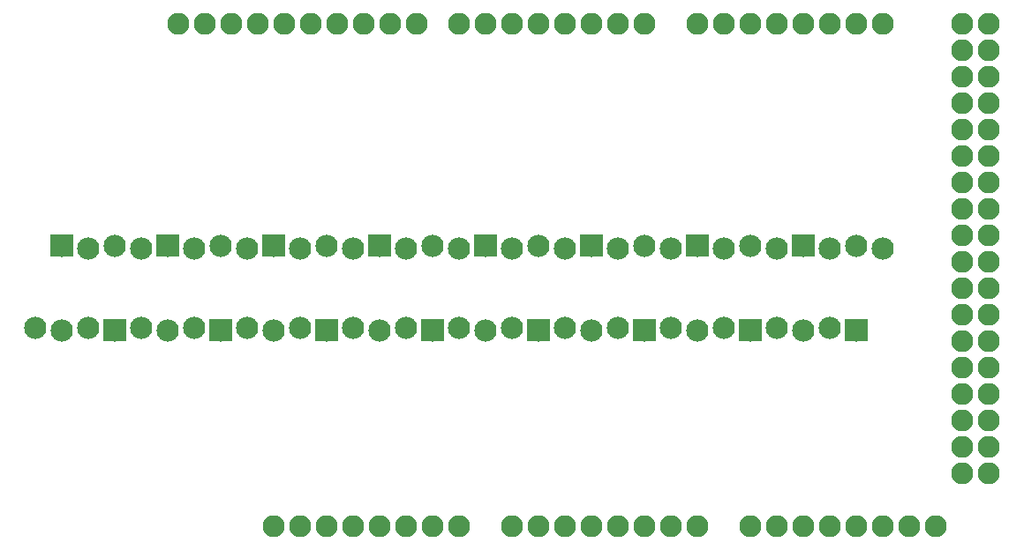
<source format=gts>
G04 MADE WITH FRITZING*
G04 WWW.FRITZING.ORG*
G04 DOUBLE SIDED*
G04 HOLES PLATED*
G04 CONTOUR ON CENTER OF CONTOUR VECTOR*
%ASAXBY*%
%FSLAX23Y23*%
%MOIN*%
%OFA0B0*%
%SFA1.0B1.0*%
%ADD10C,0.082917*%
%ADD11C,0.084000*%
%ADD12R,0.001000X0.001000*%
%LNMASK1*%
G90*
G70*
G54D10*
X3013Y155D03*
X1413Y155D03*
X3113Y155D03*
X3213Y155D03*
X3313Y155D03*
X3413Y155D03*
X3713Y1555D03*
X3513Y155D03*
X3613Y155D03*
X1453Y2055D03*
X2013Y155D03*
X2113Y155D03*
X2213Y155D03*
X2313Y155D03*
X3713Y755D03*
X2413Y155D03*
X2513Y155D03*
X2613Y155D03*
X2713Y155D03*
X2213Y2055D03*
X3713Y1955D03*
X3713Y1155D03*
X3713Y355D03*
X1053Y2055D03*
X1813Y155D03*
X1813Y2055D03*
X3713Y1755D03*
X3713Y1355D03*
X3713Y955D03*
X3413Y2055D03*
X3713Y555D03*
X3313Y2055D03*
X3213Y2055D03*
X3113Y2055D03*
X3013Y2055D03*
X2913Y2055D03*
X2813Y2055D03*
X2713Y2055D03*
X853Y2055D03*
X1253Y2055D03*
X1653Y2055D03*
X1213Y155D03*
X1613Y155D03*
X2413Y2055D03*
X2013Y2055D03*
X3713Y2055D03*
X3713Y1855D03*
X3713Y1655D03*
X3713Y1455D03*
X3713Y1255D03*
X3713Y1055D03*
X3713Y855D03*
X3713Y655D03*
X3713Y455D03*
X753Y2055D03*
X953Y2055D03*
X1153Y2055D03*
X1353Y2055D03*
X1553Y2055D03*
X1113Y155D03*
X1313Y155D03*
X1513Y155D03*
X1713Y155D03*
X2513Y2055D03*
X2313Y2055D03*
X2113Y2055D03*
X1913Y2055D03*
X3813Y2055D03*
X3813Y1955D03*
X3813Y1855D03*
X3813Y1755D03*
X3813Y1655D03*
X3813Y1555D03*
X3813Y1455D03*
X3813Y1355D03*
X3813Y1255D03*
X3813Y1155D03*
X3813Y1055D03*
X3813Y955D03*
X3813Y855D03*
X3813Y755D03*
X3813Y655D03*
X3813Y555D03*
X3813Y455D03*
X3813Y355D03*
X2913Y155D03*
G54D11*
X2713Y1215D03*
X2813Y1205D03*
X2913Y1215D03*
X3013Y1205D03*
X2713Y1215D03*
X2813Y1205D03*
X2913Y1215D03*
X3013Y1205D03*
X3113Y1215D03*
X3213Y1205D03*
X3313Y1215D03*
X3413Y1205D03*
X3113Y1215D03*
X3213Y1205D03*
X3313Y1215D03*
X3413Y1205D03*
X2113Y895D03*
X2013Y905D03*
X1913Y895D03*
X1813Y905D03*
X2113Y895D03*
X2013Y905D03*
X1913Y895D03*
X1813Y905D03*
X2913Y895D03*
X2813Y905D03*
X2713Y895D03*
X2613Y905D03*
X2913Y895D03*
X2813Y905D03*
X2713Y895D03*
X2613Y905D03*
X3313Y895D03*
X3213Y905D03*
X3113Y895D03*
X3013Y905D03*
X3313Y895D03*
X3213Y905D03*
X3113Y895D03*
X3013Y905D03*
X513Y895D03*
X413Y905D03*
X313Y895D03*
X213Y905D03*
X513Y895D03*
X413Y905D03*
X313Y895D03*
X213Y905D03*
X2513Y895D03*
X2413Y905D03*
X2313Y895D03*
X2213Y905D03*
X2513Y895D03*
X2413Y905D03*
X2313Y895D03*
X2213Y905D03*
X1713Y895D03*
X1613Y905D03*
X1513Y895D03*
X1413Y905D03*
X1713Y895D03*
X1613Y905D03*
X1513Y895D03*
X1413Y905D03*
X913Y895D03*
X813Y905D03*
X713Y895D03*
X613Y905D03*
X913Y895D03*
X813Y905D03*
X713Y895D03*
X613Y905D03*
X313Y1215D03*
X413Y1205D03*
X513Y1215D03*
X613Y1205D03*
X313Y1215D03*
X413Y1205D03*
X513Y1215D03*
X613Y1205D03*
X713Y1215D03*
X813Y1205D03*
X913Y1215D03*
X1013Y1205D03*
X713Y1215D03*
X813Y1205D03*
X913Y1215D03*
X1013Y1205D03*
X1113Y1215D03*
X1213Y1205D03*
X1313Y1215D03*
X1413Y1205D03*
X1113Y1215D03*
X1213Y1205D03*
X1313Y1215D03*
X1413Y1205D03*
X1513Y1215D03*
X1613Y1205D03*
X1713Y1215D03*
X1813Y1205D03*
X1513Y1215D03*
X1613Y1205D03*
X1713Y1215D03*
X1813Y1205D03*
X1913Y1215D03*
X2013Y1205D03*
X2113Y1215D03*
X2213Y1205D03*
X1913Y1215D03*
X2013Y1205D03*
X2113Y1215D03*
X2213Y1205D03*
X2313Y1215D03*
X2413Y1205D03*
X2513Y1215D03*
X2613Y1205D03*
X2313Y1215D03*
X2413Y1205D03*
X2513Y1215D03*
X2613Y1205D03*
X1313Y895D03*
X1213Y905D03*
X1113Y895D03*
X1013Y905D03*
X1313Y895D03*
X1213Y905D03*
X1113Y895D03*
X1013Y905D03*
G54D12*
X271Y1257D02*
X354Y1257D01*
X671Y1257D02*
X754Y1257D01*
X1071Y1257D02*
X1154Y1257D01*
X1471Y1257D02*
X1554Y1257D01*
X1871Y1257D02*
X1954Y1257D01*
X2271Y1257D02*
X2354Y1257D01*
X2671Y1257D02*
X2754Y1257D01*
X3071Y1257D02*
X3154Y1257D01*
X271Y1256D02*
X354Y1256D01*
X671Y1256D02*
X754Y1256D01*
X1071Y1256D02*
X1154Y1256D01*
X1471Y1256D02*
X1554Y1256D01*
X1871Y1256D02*
X1954Y1256D01*
X2271Y1256D02*
X2354Y1256D01*
X2671Y1256D02*
X2754Y1256D01*
X3071Y1256D02*
X3154Y1256D01*
X271Y1255D02*
X354Y1255D01*
X671Y1255D02*
X754Y1255D01*
X1071Y1255D02*
X1154Y1255D01*
X1471Y1255D02*
X1554Y1255D01*
X1871Y1255D02*
X1954Y1255D01*
X2271Y1255D02*
X2354Y1255D01*
X2671Y1255D02*
X2754Y1255D01*
X3071Y1255D02*
X3154Y1255D01*
X271Y1254D02*
X354Y1254D01*
X671Y1254D02*
X754Y1254D01*
X1071Y1254D02*
X1154Y1254D01*
X1471Y1254D02*
X1554Y1254D01*
X1871Y1254D02*
X1954Y1254D01*
X2271Y1254D02*
X2354Y1254D01*
X2671Y1254D02*
X2754Y1254D01*
X3071Y1254D02*
X3154Y1254D01*
X271Y1253D02*
X354Y1253D01*
X671Y1253D02*
X754Y1253D01*
X1071Y1253D02*
X1154Y1253D01*
X1471Y1253D02*
X1554Y1253D01*
X1871Y1253D02*
X1954Y1253D01*
X2271Y1253D02*
X2354Y1253D01*
X2671Y1253D02*
X2754Y1253D01*
X3071Y1253D02*
X3154Y1253D01*
X271Y1252D02*
X354Y1252D01*
X671Y1252D02*
X754Y1252D01*
X1071Y1252D02*
X1154Y1252D01*
X1471Y1252D02*
X1554Y1252D01*
X1871Y1252D02*
X1954Y1252D01*
X2271Y1252D02*
X2354Y1252D01*
X2671Y1252D02*
X2754Y1252D01*
X3071Y1252D02*
X3154Y1252D01*
X271Y1251D02*
X354Y1251D01*
X671Y1251D02*
X754Y1251D01*
X1071Y1251D02*
X1154Y1251D01*
X1471Y1251D02*
X1554Y1251D01*
X1871Y1251D02*
X1954Y1251D01*
X2271Y1251D02*
X2354Y1251D01*
X2671Y1251D02*
X2754Y1251D01*
X3071Y1251D02*
X3154Y1251D01*
X271Y1250D02*
X354Y1250D01*
X671Y1250D02*
X754Y1250D01*
X1071Y1250D02*
X1154Y1250D01*
X1471Y1250D02*
X1554Y1250D01*
X1871Y1250D02*
X1954Y1250D01*
X2271Y1250D02*
X2354Y1250D01*
X2671Y1250D02*
X2754Y1250D01*
X3071Y1250D02*
X3154Y1250D01*
X271Y1249D02*
X354Y1249D01*
X671Y1249D02*
X754Y1249D01*
X1071Y1249D02*
X1154Y1249D01*
X1471Y1249D02*
X1554Y1249D01*
X1871Y1249D02*
X1954Y1249D01*
X2271Y1249D02*
X2354Y1249D01*
X2671Y1249D02*
X2754Y1249D01*
X3071Y1249D02*
X3154Y1249D01*
X271Y1248D02*
X354Y1248D01*
X671Y1248D02*
X754Y1248D01*
X1071Y1248D02*
X1154Y1248D01*
X1471Y1248D02*
X1554Y1248D01*
X1871Y1248D02*
X1954Y1248D01*
X2271Y1248D02*
X2354Y1248D01*
X2671Y1248D02*
X2754Y1248D01*
X3071Y1248D02*
X3154Y1248D01*
X271Y1247D02*
X354Y1247D01*
X671Y1247D02*
X754Y1247D01*
X1071Y1247D02*
X1154Y1247D01*
X1471Y1247D02*
X1554Y1247D01*
X1871Y1247D02*
X1954Y1247D01*
X2271Y1247D02*
X2354Y1247D01*
X2671Y1247D02*
X2754Y1247D01*
X3071Y1247D02*
X3154Y1247D01*
X271Y1246D02*
X354Y1246D01*
X671Y1246D02*
X754Y1246D01*
X1071Y1246D02*
X1154Y1246D01*
X1471Y1246D02*
X1554Y1246D01*
X1871Y1246D02*
X1954Y1246D01*
X2271Y1246D02*
X2354Y1246D01*
X2671Y1246D02*
X2754Y1246D01*
X3071Y1246D02*
X3154Y1246D01*
X271Y1245D02*
X354Y1245D01*
X671Y1245D02*
X754Y1245D01*
X1071Y1245D02*
X1154Y1245D01*
X1471Y1245D02*
X1554Y1245D01*
X1871Y1245D02*
X1954Y1245D01*
X2271Y1245D02*
X2354Y1245D01*
X2671Y1245D02*
X2754Y1245D01*
X3071Y1245D02*
X3154Y1245D01*
X271Y1244D02*
X354Y1244D01*
X671Y1244D02*
X754Y1244D01*
X1071Y1244D02*
X1154Y1244D01*
X1471Y1244D02*
X1554Y1244D01*
X1871Y1244D02*
X1954Y1244D01*
X2271Y1244D02*
X2354Y1244D01*
X2671Y1244D02*
X2754Y1244D01*
X3071Y1244D02*
X3154Y1244D01*
X271Y1243D02*
X354Y1243D01*
X671Y1243D02*
X754Y1243D01*
X1071Y1243D02*
X1154Y1243D01*
X1471Y1243D02*
X1554Y1243D01*
X1871Y1243D02*
X1954Y1243D01*
X2271Y1243D02*
X2354Y1243D01*
X2671Y1243D02*
X2754Y1243D01*
X3071Y1243D02*
X3154Y1243D01*
X271Y1242D02*
X354Y1242D01*
X671Y1242D02*
X754Y1242D01*
X1071Y1242D02*
X1154Y1242D01*
X1471Y1242D02*
X1554Y1242D01*
X1871Y1242D02*
X1954Y1242D01*
X2271Y1242D02*
X2354Y1242D01*
X2671Y1242D02*
X2754Y1242D01*
X3071Y1242D02*
X3154Y1242D01*
X271Y1241D02*
X354Y1241D01*
X671Y1241D02*
X754Y1241D01*
X1071Y1241D02*
X1154Y1241D01*
X1471Y1241D02*
X1554Y1241D01*
X1871Y1241D02*
X1954Y1241D01*
X2271Y1241D02*
X2354Y1241D01*
X2671Y1241D02*
X2754Y1241D01*
X3071Y1241D02*
X3154Y1241D01*
X271Y1240D02*
X354Y1240D01*
X671Y1240D02*
X754Y1240D01*
X1071Y1240D02*
X1154Y1240D01*
X1471Y1240D02*
X1554Y1240D01*
X1871Y1240D02*
X1954Y1240D01*
X2271Y1240D02*
X2354Y1240D01*
X2671Y1240D02*
X2754Y1240D01*
X3071Y1240D02*
X3154Y1240D01*
X271Y1239D02*
X354Y1239D01*
X671Y1239D02*
X754Y1239D01*
X1071Y1239D02*
X1154Y1239D01*
X1471Y1239D02*
X1554Y1239D01*
X1871Y1239D02*
X1954Y1239D01*
X2271Y1239D02*
X2354Y1239D01*
X2671Y1239D02*
X2754Y1239D01*
X3071Y1239D02*
X3154Y1239D01*
X271Y1238D02*
X354Y1238D01*
X671Y1238D02*
X754Y1238D01*
X1071Y1238D02*
X1154Y1238D01*
X1471Y1238D02*
X1554Y1238D01*
X1871Y1238D02*
X1954Y1238D01*
X2271Y1238D02*
X2354Y1238D01*
X2671Y1238D02*
X2754Y1238D01*
X3071Y1238D02*
X3154Y1238D01*
X271Y1237D02*
X354Y1237D01*
X671Y1237D02*
X754Y1237D01*
X1071Y1237D02*
X1154Y1237D01*
X1471Y1237D02*
X1554Y1237D01*
X1871Y1237D02*
X1954Y1237D01*
X2271Y1237D02*
X2354Y1237D01*
X2671Y1237D02*
X2754Y1237D01*
X3071Y1237D02*
X3154Y1237D01*
X271Y1236D02*
X354Y1236D01*
X671Y1236D02*
X754Y1236D01*
X1071Y1236D02*
X1154Y1236D01*
X1471Y1236D02*
X1554Y1236D01*
X1871Y1236D02*
X1954Y1236D01*
X2271Y1236D02*
X2354Y1236D01*
X2671Y1236D02*
X2754Y1236D01*
X3071Y1236D02*
X3154Y1236D01*
X271Y1235D02*
X354Y1235D01*
X671Y1235D02*
X754Y1235D01*
X1071Y1235D02*
X1154Y1235D01*
X1471Y1235D02*
X1554Y1235D01*
X1871Y1235D02*
X1954Y1235D01*
X2271Y1235D02*
X2354Y1235D01*
X2671Y1235D02*
X2754Y1235D01*
X3071Y1235D02*
X3154Y1235D01*
X271Y1234D02*
X354Y1234D01*
X671Y1234D02*
X754Y1234D01*
X1071Y1234D02*
X1154Y1234D01*
X1471Y1234D02*
X1554Y1234D01*
X1871Y1234D02*
X1954Y1234D01*
X2271Y1234D02*
X2354Y1234D01*
X2671Y1234D02*
X2754Y1234D01*
X3071Y1234D02*
X3154Y1234D01*
X271Y1233D02*
X354Y1233D01*
X671Y1233D02*
X754Y1233D01*
X1071Y1233D02*
X1154Y1233D01*
X1471Y1233D02*
X1554Y1233D01*
X1871Y1233D02*
X1954Y1233D01*
X2271Y1233D02*
X2354Y1233D01*
X2671Y1233D02*
X2754Y1233D01*
X3071Y1233D02*
X3154Y1233D01*
X271Y1232D02*
X354Y1232D01*
X671Y1232D02*
X754Y1232D01*
X1071Y1232D02*
X1154Y1232D01*
X1471Y1232D02*
X1554Y1232D01*
X1871Y1232D02*
X1954Y1232D01*
X2271Y1232D02*
X2354Y1232D01*
X2671Y1232D02*
X2754Y1232D01*
X3071Y1232D02*
X3154Y1232D01*
X271Y1231D02*
X354Y1231D01*
X671Y1231D02*
X754Y1231D01*
X1071Y1231D02*
X1154Y1231D01*
X1471Y1231D02*
X1554Y1231D01*
X1871Y1231D02*
X1954Y1231D01*
X2271Y1231D02*
X2354Y1231D01*
X2671Y1231D02*
X2754Y1231D01*
X3071Y1231D02*
X3154Y1231D01*
X271Y1230D02*
X308Y1230D01*
X317Y1230D02*
X354Y1230D01*
X671Y1230D02*
X708Y1230D01*
X717Y1230D02*
X754Y1230D01*
X1071Y1230D02*
X1108Y1230D01*
X1117Y1230D02*
X1154Y1230D01*
X1471Y1230D02*
X1508Y1230D01*
X1517Y1230D02*
X1554Y1230D01*
X1871Y1230D02*
X1908Y1230D01*
X1917Y1230D02*
X1954Y1230D01*
X2271Y1230D02*
X2308Y1230D01*
X2317Y1230D02*
X2354Y1230D01*
X2671Y1230D02*
X2708Y1230D01*
X2717Y1230D02*
X2754Y1230D01*
X3071Y1230D02*
X3108Y1230D01*
X3117Y1230D02*
X3154Y1230D01*
X271Y1229D02*
X306Y1229D01*
X320Y1229D02*
X354Y1229D01*
X671Y1229D02*
X706Y1229D01*
X720Y1229D02*
X754Y1229D01*
X1071Y1229D02*
X1106Y1229D01*
X1120Y1229D02*
X1154Y1229D01*
X1471Y1229D02*
X1506Y1229D01*
X1520Y1229D02*
X1554Y1229D01*
X1871Y1229D02*
X1906Y1229D01*
X1920Y1229D02*
X1954Y1229D01*
X2271Y1229D02*
X2306Y1229D01*
X2320Y1229D02*
X2354Y1229D01*
X2671Y1229D02*
X2706Y1229D01*
X2720Y1229D02*
X2754Y1229D01*
X3071Y1229D02*
X3106Y1229D01*
X3120Y1229D02*
X3154Y1229D01*
X271Y1228D02*
X304Y1228D01*
X322Y1228D02*
X354Y1228D01*
X671Y1228D02*
X704Y1228D01*
X722Y1228D02*
X754Y1228D01*
X1071Y1228D02*
X1104Y1228D01*
X1122Y1228D02*
X1154Y1228D01*
X1471Y1228D02*
X1504Y1228D01*
X1522Y1228D02*
X1554Y1228D01*
X1871Y1228D02*
X1904Y1228D01*
X1921Y1228D02*
X1954Y1228D01*
X2271Y1228D02*
X2304Y1228D01*
X2321Y1228D02*
X2354Y1228D01*
X2671Y1228D02*
X2704Y1228D01*
X2721Y1228D02*
X2754Y1228D01*
X3071Y1228D02*
X3104Y1228D01*
X3121Y1228D02*
X3154Y1228D01*
X271Y1227D02*
X303Y1227D01*
X323Y1227D02*
X354Y1227D01*
X671Y1227D02*
X703Y1227D01*
X723Y1227D02*
X754Y1227D01*
X1071Y1227D02*
X1103Y1227D01*
X1123Y1227D02*
X1154Y1227D01*
X1471Y1227D02*
X1503Y1227D01*
X1523Y1227D02*
X1554Y1227D01*
X1871Y1227D02*
X1903Y1227D01*
X1923Y1227D02*
X1954Y1227D01*
X2271Y1227D02*
X2303Y1227D01*
X2323Y1227D02*
X2354Y1227D01*
X2671Y1227D02*
X2703Y1227D01*
X2723Y1227D02*
X2754Y1227D01*
X3071Y1227D02*
X3103Y1227D01*
X3123Y1227D02*
X3154Y1227D01*
X271Y1226D02*
X302Y1226D01*
X324Y1226D02*
X354Y1226D01*
X671Y1226D02*
X702Y1226D01*
X724Y1226D02*
X754Y1226D01*
X1071Y1226D02*
X1102Y1226D01*
X1124Y1226D02*
X1154Y1226D01*
X1471Y1226D02*
X1502Y1226D01*
X1524Y1226D02*
X1554Y1226D01*
X1871Y1226D02*
X1902Y1226D01*
X1924Y1226D02*
X1954Y1226D01*
X2271Y1226D02*
X2302Y1226D01*
X2324Y1226D02*
X2354Y1226D01*
X2671Y1226D02*
X2701Y1226D01*
X2724Y1226D02*
X2754Y1226D01*
X3071Y1226D02*
X3101Y1226D01*
X3124Y1226D02*
X3154Y1226D01*
X271Y1225D02*
X301Y1225D01*
X325Y1225D02*
X354Y1225D01*
X671Y1225D02*
X701Y1225D01*
X725Y1225D02*
X754Y1225D01*
X1071Y1225D02*
X1101Y1225D01*
X1125Y1225D02*
X1154Y1225D01*
X1471Y1225D02*
X1501Y1225D01*
X1525Y1225D02*
X1554Y1225D01*
X1871Y1225D02*
X1901Y1225D01*
X1925Y1225D02*
X1954Y1225D01*
X2271Y1225D02*
X2301Y1225D01*
X2325Y1225D02*
X2354Y1225D01*
X2671Y1225D02*
X2701Y1225D01*
X2725Y1225D02*
X2754Y1225D01*
X3071Y1225D02*
X3101Y1225D01*
X3125Y1225D02*
X3154Y1225D01*
X271Y1224D02*
X300Y1224D01*
X326Y1224D02*
X354Y1224D01*
X671Y1224D02*
X700Y1224D01*
X726Y1224D02*
X754Y1224D01*
X1071Y1224D02*
X1100Y1224D01*
X1126Y1224D02*
X1154Y1224D01*
X1471Y1224D02*
X1500Y1224D01*
X1526Y1224D02*
X1554Y1224D01*
X1871Y1224D02*
X1900Y1224D01*
X1926Y1224D02*
X1954Y1224D01*
X2271Y1224D02*
X2300Y1224D01*
X2326Y1224D02*
X2354Y1224D01*
X2671Y1224D02*
X2700Y1224D01*
X2726Y1224D02*
X2754Y1224D01*
X3071Y1224D02*
X3100Y1224D01*
X3125Y1224D02*
X3154Y1224D01*
X271Y1223D02*
X299Y1223D01*
X326Y1223D02*
X354Y1223D01*
X671Y1223D02*
X699Y1223D01*
X726Y1223D02*
X754Y1223D01*
X1071Y1223D02*
X1099Y1223D01*
X1126Y1223D02*
X1154Y1223D01*
X1471Y1223D02*
X1499Y1223D01*
X1526Y1223D02*
X1554Y1223D01*
X1871Y1223D02*
X1899Y1223D01*
X1926Y1223D02*
X1954Y1223D01*
X2271Y1223D02*
X2299Y1223D01*
X2326Y1223D02*
X2354Y1223D01*
X2671Y1223D02*
X2699Y1223D01*
X2726Y1223D02*
X2754Y1223D01*
X3071Y1223D02*
X3099Y1223D01*
X3126Y1223D02*
X3154Y1223D01*
X271Y1222D02*
X299Y1222D01*
X327Y1222D02*
X354Y1222D01*
X671Y1222D02*
X699Y1222D01*
X727Y1222D02*
X754Y1222D01*
X1071Y1222D02*
X1099Y1222D01*
X1127Y1222D02*
X1154Y1222D01*
X1471Y1222D02*
X1499Y1222D01*
X1527Y1222D02*
X1554Y1222D01*
X1871Y1222D02*
X1899Y1222D01*
X1927Y1222D02*
X1954Y1222D01*
X2271Y1222D02*
X2299Y1222D01*
X2327Y1222D02*
X2354Y1222D01*
X2671Y1222D02*
X2699Y1222D01*
X2727Y1222D02*
X2754Y1222D01*
X3071Y1222D02*
X3099Y1222D01*
X3127Y1222D02*
X3154Y1222D01*
X271Y1221D02*
X298Y1221D01*
X327Y1221D02*
X354Y1221D01*
X671Y1221D02*
X698Y1221D01*
X727Y1221D02*
X754Y1221D01*
X1071Y1221D02*
X1098Y1221D01*
X1127Y1221D02*
X1154Y1221D01*
X1471Y1221D02*
X1498Y1221D01*
X1527Y1221D02*
X1554Y1221D01*
X1871Y1221D02*
X1898Y1221D01*
X1927Y1221D02*
X1954Y1221D01*
X2271Y1221D02*
X2298Y1221D01*
X2327Y1221D02*
X2354Y1221D01*
X2671Y1221D02*
X2698Y1221D01*
X2727Y1221D02*
X2754Y1221D01*
X3071Y1221D02*
X3098Y1221D01*
X3127Y1221D02*
X3154Y1221D01*
X271Y1220D02*
X298Y1220D01*
X328Y1220D02*
X354Y1220D01*
X671Y1220D02*
X698Y1220D01*
X728Y1220D02*
X754Y1220D01*
X1071Y1220D02*
X1098Y1220D01*
X1128Y1220D02*
X1154Y1220D01*
X1471Y1220D02*
X1498Y1220D01*
X1528Y1220D02*
X1554Y1220D01*
X1871Y1220D02*
X1898Y1220D01*
X1927Y1220D02*
X1954Y1220D01*
X2271Y1220D02*
X2298Y1220D01*
X2327Y1220D02*
X2354Y1220D01*
X2671Y1220D02*
X2698Y1220D01*
X2727Y1220D02*
X2754Y1220D01*
X3071Y1220D02*
X3098Y1220D01*
X3127Y1220D02*
X3154Y1220D01*
X271Y1219D02*
X298Y1219D01*
X328Y1219D02*
X354Y1219D01*
X671Y1219D02*
X698Y1219D01*
X728Y1219D02*
X754Y1219D01*
X1071Y1219D02*
X1098Y1219D01*
X1128Y1219D02*
X1154Y1219D01*
X1471Y1219D02*
X1498Y1219D01*
X1528Y1219D02*
X1554Y1219D01*
X1871Y1219D02*
X1898Y1219D01*
X1928Y1219D02*
X1954Y1219D01*
X2271Y1219D02*
X2298Y1219D01*
X2328Y1219D02*
X2354Y1219D01*
X2671Y1219D02*
X2698Y1219D01*
X2728Y1219D02*
X2754Y1219D01*
X3071Y1219D02*
X3098Y1219D01*
X3128Y1219D02*
X3154Y1219D01*
X271Y1218D02*
X297Y1218D01*
X328Y1218D02*
X354Y1218D01*
X671Y1218D02*
X697Y1218D01*
X728Y1218D02*
X754Y1218D01*
X1071Y1218D02*
X1097Y1218D01*
X1128Y1218D02*
X1154Y1218D01*
X1471Y1218D02*
X1497Y1218D01*
X1528Y1218D02*
X1554Y1218D01*
X1871Y1218D02*
X1897Y1218D01*
X1928Y1218D02*
X1954Y1218D01*
X2271Y1218D02*
X2297Y1218D01*
X2328Y1218D02*
X2354Y1218D01*
X2671Y1218D02*
X2697Y1218D01*
X2728Y1218D02*
X2754Y1218D01*
X3071Y1218D02*
X3097Y1218D01*
X3128Y1218D02*
X3154Y1218D01*
X271Y1217D02*
X297Y1217D01*
X328Y1217D02*
X354Y1217D01*
X671Y1217D02*
X697Y1217D01*
X728Y1217D02*
X754Y1217D01*
X1071Y1217D02*
X1097Y1217D01*
X1128Y1217D02*
X1154Y1217D01*
X1471Y1217D02*
X1497Y1217D01*
X1528Y1217D02*
X1554Y1217D01*
X1871Y1217D02*
X1897Y1217D01*
X1928Y1217D02*
X1954Y1217D01*
X2271Y1217D02*
X2297Y1217D01*
X2328Y1217D02*
X2354Y1217D01*
X2671Y1217D02*
X2697Y1217D01*
X2728Y1217D02*
X2754Y1217D01*
X3071Y1217D02*
X3097Y1217D01*
X3128Y1217D02*
X3154Y1217D01*
X271Y1216D02*
X297Y1216D01*
X328Y1216D02*
X354Y1216D01*
X671Y1216D02*
X697Y1216D01*
X728Y1216D02*
X754Y1216D01*
X1071Y1216D02*
X1097Y1216D01*
X1128Y1216D02*
X1154Y1216D01*
X1471Y1216D02*
X1497Y1216D01*
X1528Y1216D02*
X1554Y1216D01*
X1871Y1216D02*
X1897Y1216D01*
X1928Y1216D02*
X1954Y1216D01*
X2271Y1216D02*
X2297Y1216D01*
X2328Y1216D02*
X2354Y1216D01*
X2671Y1216D02*
X2697Y1216D01*
X2728Y1216D02*
X2754Y1216D01*
X3071Y1216D02*
X3097Y1216D01*
X3128Y1216D02*
X3154Y1216D01*
X271Y1215D02*
X297Y1215D01*
X328Y1215D02*
X354Y1215D01*
X671Y1215D02*
X697Y1215D01*
X728Y1215D02*
X754Y1215D01*
X1071Y1215D02*
X1097Y1215D01*
X1128Y1215D02*
X1154Y1215D01*
X1471Y1215D02*
X1497Y1215D01*
X1528Y1215D02*
X1554Y1215D01*
X1871Y1215D02*
X1897Y1215D01*
X1928Y1215D02*
X1954Y1215D01*
X2271Y1215D02*
X2297Y1215D01*
X2328Y1215D02*
X2354Y1215D01*
X2671Y1215D02*
X2697Y1215D01*
X2728Y1215D02*
X2754Y1215D01*
X3071Y1215D02*
X3097Y1215D01*
X3128Y1215D02*
X3154Y1215D01*
X271Y1214D02*
X297Y1214D01*
X328Y1214D02*
X354Y1214D01*
X671Y1214D02*
X697Y1214D01*
X728Y1214D02*
X754Y1214D01*
X1071Y1214D02*
X1097Y1214D01*
X1128Y1214D02*
X1154Y1214D01*
X1471Y1214D02*
X1497Y1214D01*
X1528Y1214D02*
X1554Y1214D01*
X1871Y1214D02*
X1897Y1214D01*
X1928Y1214D02*
X1954Y1214D01*
X2271Y1214D02*
X2297Y1214D01*
X2328Y1214D02*
X2354Y1214D01*
X2671Y1214D02*
X2697Y1214D01*
X2728Y1214D02*
X2754Y1214D01*
X3071Y1214D02*
X3097Y1214D01*
X3128Y1214D02*
X3154Y1214D01*
X271Y1213D02*
X297Y1213D01*
X328Y1213D02*
X354Y1213D01*
X671Y1213D02*
X697Y1213D01*
X728Y1213D02*
X754Y1213D01*
X1071Y1213D02*
X1097Y1213D01*
X1128Y1213D02*
X1154Y1213D01*
X1471Y1213D02*
X1497Y1213D01*
X1528Y1213D02*
X1554Y1213D01*
X1871Y1213D02*
X1897Y1213D01*
X1928Y1213D02*
X1954Y1213D01*
X2271Y1213D02*
X2297Y1213D01*
X2328Y1213D02*
X2354Y1213D01*
X2671Y1213D02*
X2697Y1213D01*
X2728Y1213D02*
X2754Y1213D01*
X3071Y1213D02*
X3097Y1213D01*
X3128Y1213D02*
X3154Y1213D01*
X271Y1212D02*
X298Y1212D01*
X328Y1212D02*
X354Y1212D01*
X671Y1212D02*
X698Y1212D01*
X728Y1212D02*
X754Y1212D01*
X1071Y1212D02*
X1098Y1212D01*
X1128Y1212D02*
X1154Y1212D01*
X1471Y1212D02*
X1498Y1212D01*
X1528Y1212D02*
X1554Y1212D01*
X1871Y1212D02*
X1898Y1212D01*
X1928Y1212D02*
X1954Y1212D01*
X2271Y1212D02*
X2298Y1212D01*
X2328Y1212D02*
X2354Y1212D01*
X2671Y1212D02*
X2698Y1212D01*
X2728Y1212D02*
X2754Y1212D01*
X3071Y1212D02*
X3098Y1212D01*
X3128Y1212D02*
X3154Y1212D01*
X271Y1211D02*
X298Y1211D01*
X328Y1211D02*
X354Y1211D01*
X671Y1211D02*
X698Y1211D01*
X728Y1211D02*
X754Y1211D01*
X1071Y1211D02*
X1098Y1211D01*
X1128Y1211D02*
X1154Y1211D01*
X1471Y1211D02*
X1498Y1211D01*
X1528Y1211D02*
X1554Y1211D01*
X1871Y1211D02*
X1898Y1211D01*
X1927Y1211D02*
X1954Y1211D01*
X2271Y1211D02*
X2298Y1211D01*
X2327Y1211D02*
X2354Y1211D01*
X2671Y1211D02*
X2698Y1211D01*
X2727Y1211D02*
X2754Y1211D01*
X3071Y1211D02*
X3098Y1211D01*
X3127Y1211D02*
X3154Y1211D01*
X271Y1210D02*
X298Y1210D01*
X327Y1210D02*
X354Y1210D01*
X671Y1210D02*
X698Y1210D01*
X727Y1210D02*
X754Y1210D01*
X1071Y1210D02*
X1098Y1210D01*
X1127Y1210D02*
X1154Y1210D01*
X1471Y1210D02*
X1498Y1210D01*
X1527Y1210D02*
X1554Y1210D01*
X1871Y1210D02*
X1898Y1210D01*
X1927Y1210D02*
X1954Y1210D01*
X2271Y1210D02*
X2298Y1210D01*
X2327Y1210D02*
X2354Y1210D01*
X2671Y1210D02*
X2698Y1210D01*
X2727Y1210D02*
X2754Y1210D01*
X3071Y1210D02*
X3098Y1210D01*
X3127Y1210D02*
X3154Y1210D01*
X271Y1209D02*
X299Y1209D01*
X327Y1209D02*
X354Y1209D01*
X671Y1209D02*
X699Y1209D01*
X727Y1209D02*
X754Y1209D01*
X1071Y1209D02*
X1099Y1209D01*
X1127Y1209D02*
X1154Y1209D01*
X1471Y1209D02*
X1499Y1209D01*
X1527Y1209D02*
X1554Y1209D01*
X1871Y1209D02*
X1899Y1209D01*
X1927Y1209D02*
X1954Y1209D01*
X2271Y1209D02*
X2299Y1209D01*
X2327Y1209D02*
X2354Y1209D01*
X2671Y1209D02*
X2699Y1209D01*
X2727Y1209D02*
X2754Y1209D01*
X3071Y1209D02*
X3099Y1209D01*
X3127Y1209D02*
X3154Y1209D01*
X271Y1208D02*
X299Y1208D01*
X326Y1208D02*
X354Y1208D01*
X671Y1208D02*
X699Y1208D01*
X726Y1208D02*
X754Y1208D01*
X1071Y1208D02*
X1099Y1208D01*
X1126Y1208D02*
X1154Y1208D01*
X1471Y1208D02*
X1499Y1208D01*
X1526Y1208D02*
X1554Y1208D01*
X1871Y1208D02*
X1899Y1208D01*
X1926Y1208D02*
X1954Y1208D01*
X2271Y1208D02*
X2299Y1208D01*
X2326Y1208D02*
X2354Y1208D01*
X2671Y1208D02*
X2699Y1208D01*
X2726Y1208D02*
X2754Y1208D01*
X3071Y1208D02*
X3099Y1208D01*
X3126Y1208D02*
X3154Y1208D01*
X271Y1207D02*
X300Y1207D01*
X326Y1207D02*
X354Y1207D01*
X671Y1207D02*
X700Y1207D01*
X726Y1207D02*
X754Y1207D01*
X1071Y1207D02*
X1100Y1207D01*
X1126Y1207D02*
X1154Y1207D01*
X1471Y1207D02*
X1500Y1207D01*
X1526Y1207D02*
X1554Y1207D01*
X1871Y1207D02*
X1900Y1207D01*
X1926Y1207D02*
X1954Y1207D01*
X2271Y1207D02*
X2300Y1207D01*
X2326Y1207D02*
X2354Y1207D01*
X2671Y1207D02*
X2700Y1207D01*
X2726Y1207D02*
X2754Y1207D01*
X3071Y1207D02*
X3100Y1207D01*
X3126Y1207D02*
X3154Y1207D01*
X271Y1206D02*
X301Y1206D01*
X325Y1206D02*
X354Y1206D01*
X671Y1206D02*
X701Y1206D01*
X725Y1206D02*
X754Y1206D01*
X1071Y1206D02*
X1101Y1206D01*
X1125Y1206D02*
X1154Y1206D01*
X1471Y1206D02*
X1501Y1206D01*
X1525Y1206D02*
X1554Y1206D01*
X1871Y1206D02*
X1901Y1206D01*
X1925Y1206D02*
X1954Y1206D01*
X2271Y1206D02*
X2301Y1206D01*
X2325Y1206D02*
X2354Y1206D01*
X2671Y1206D02*
X2701Y1206D01*
X2725Y1206D02*
X2754Y1206D01*
X3071Y1206D02*
X3101Y1206D01*
X3125Y1206D02*
X3154Y1206D01*
X271Y1205D02*
X302Y1205D01*
X324Y1205D02*
X354Y1205D01*
X671Y1205D02*
X702Y1205D01*
X724Y1205D02*
X754Y1205D01*
X1071Y1205D02*
X1102Y1205D01*
X1124Y1205D02*
X1154Y1205D01*
X1471Y1205D02*
X1502Y1205D01*
X1524Y1205D02*
X1554Y1205D01*
X1871Y1205D02*
X1902Y1205D01*
X1924Y1205D02*
X1954Y1205D01*
X2271Y1205D02*
X2301Y1205D01*
X2324Y1205D02*
X2354Y1205D01*
X2671Y1205D02*
X2701Y1205D01*
X2724Y1205D02*
X2754Y1205D01*
X3071Y1205D02*
X3101Y1205D01*
X3124Y1205D02*
X3154Y1205D01*
X271Y1204D02*
X303Y1204D01*
X323Y1204D02*
X354Y1204D01*
X671Y1204D02*
X703Y1204D01*
X723Y1204D02*
X754Y1204D01*
X1071Y1204D02*
X1103Y1204D01*
X1123Y1204D02*
X1154Y1204D01*
X1471Y1204D02*
X1503Y1204D01*
X1523Y1204D02*
X1554Y1204D01*
X1871Y1204D02*
X1903Y1204D01*
X1923Y1204D02*
X1954Y1204D01*
X2271Y1204D02*
X2303Y1204D01*
X2323Y1204D02*
X2354Y1204D01*
X2671Y1204D02*
X2703Y1204D01*
X2723Y1204D02*
X2754Y1204D01*
X3071Y1204D02*
X3103Y1204D01*
X3123Y1204D02*
X3154Y1204D01*
X271Y1203D02*
X304Y1203D01*
X322Y1203D02*
X354Y1203D01*
X671Y1203D02*
X704Y1203D01*
X722Y1203D02*
X754Y1203D01*
X1071Y1203D02*
X1104Y1203D01*
X1122Y1203D02*
X1154Y1203D01*
X1471Y1203D02*
X1504Y1203D01*
X1522Y1203D02*
X1554Y1203D01*
X1871Y1203D02*
X1904Y1203D01*
X1922Y1203D02*
X1954Y1203D01*
X2271Y1203D02*
X2304Y1203D01*
X2321Y1203D02*
X2354Y1203D01*
X2671Y1203D02*
X2704Y1203D01*
X2721Y1203D02*
X2754Y1203D01*
X3071Y1203D02*
X3104Y1203D01*
X3121Y1203D02*
X3154Y1203D01*
X271Y1202D02*
X306Y1202D01*
X320Y1202D02*
X354Y1202D01*
X671Y1202D02*
X706Y1202D01*
X720Y1202D02*
X754Y1202D01*
X1071Y1202D02*
X1106Y1202D01*
X1120Y1202D02*
X1154Y1202D01*
X1471Y1202D02*
X1506Y1202D01*
X1520Y1202D02*
X1554Y1202D01*
X1871Y1202D02*
X1906Y1202D01*
X1920Y1202D02*
X1954Y1202D01*
X2271Y1202D02*
X2306Y1202D01*
X2320Y1202D02*
X2354Y1202D01*
X2671Y1202D02*
X2706Y1202D01*
X2720Y1202D02*
X2754Y1202D01*
X3071Y1202D02*
X3106Y1202D01*
X3120Y1202D02*
X3154Y1202D01*
X271Y1201D02*
X308Y1201D01*
X317Y1201D02*
X354Y1201D01*
X671Y1201D02*
X708Y1201D01*
X717Y1201D02*
X754Y1201D01*
X1071Y1201D02*
X1108Y1201D01*
X1117Y1201D02*
X1154Y1201D01*
X1471Y1201D02*
X1508Y1201D01*
X1517Y1201D02*
X1554Y1201D01*
X1871Y1201D02*
X1908Y1201D01*
X1917Y1201D02*
X1954Y1201D01*
X2271Y1201D02*
X2308Y1201D01*
X2317Y1201D02*
X2354Y1201D01*
X2671Y1201D02*
X2708Y1201D01*
X2717Y1201D02*
X2754Y1201D01*
X3071Y1201D02*
X3108Y1201D01*
X3117Y1201D02*
X3154Y1201D01*
X271Y1200D02*
X354Y1200D01*
X671Y1200D02*
X754Y1200D01*
X1071Y1200D02*
X1154Y1200D01*
X1471Y1200D02*
X1554Y1200D01*
X1871Y1200D02*
X1954Y1200D01*
X2271Y1200D02*
X2354Y1200D01*
X2671Y1200D02*
X2754Y1200D01*
X3071Y1200D02*
X3154Y1200D01*
X271Y1199D02*
X354Y1199D01*
X671Y1199D02*
X754Y1199D01*
X1071Y1199D02*
X1154Y1199D01*
X1471Y1199D02*
X1554Y1199D01*
X1871Y1199D02*
X1954Y1199D01*
X2271Y1199D02*
X2354Y1199D01*
X2671Y1199D02*
X2754Y1199D01*
X3071Y1199D02*
X3154Y1199D01*
X271Y1198D02*
X354Y1198D01*
X671Y1198D02*
X754Y1198D01*
X1071Y1198D02*
X1154Y1198D01*
X1471Y1198D02*
X1554Y1198D01*
X1871Y1198D02*
X1954Y1198D01*
X2271Y1198D02*
X2354Y1198D01*
X2671Y1198D02*
X2754Y1198D01*
X3071Y1198D02*
X3154Y1198D01*
X271Y1197D02*
X354Y1197D01*
X671Y1197D02*
X754Y1197D01*
X1071Y1197D02*
X1154Y1197D01*
X1471Y1197D02*
X1554Y1197D01*
X1871Y1197D02*
X1954Y1197D01*
X2271Y1197D02*
X2354Y1197D01*
X2671Y1197D02*
X2754Y1197D01*
X3071Y1197D02*
X3154Y1197D01*
X271Y1196D02*
X354Y1196D01*
X671Y1196D02*
X754Y1196D01*
X1071Y1196D02*
X1154Y1196D01*
X1471Y1196D02*
X1554Y1196D01*
X1871Y1196D02*
X1954Y1196D01*
X2271Y1196D02*
X2354Y1196D01*
X2671Y1196D02*
X2754Y1196D01*
X3071Y1196D02*
X3154Y1196D01*
X271Y1195D02*
X354Y1195D01*
X671Y1195D02*
X754Y1195D01*
X1071Y1195D02*
X1154Y1195D01*
X1471Y1195D02*
X1554Y1195D01*
X1871Y1195D02*
X1954Y1195D01*
X2271Y1195D02*
X2354Y1195D01*
X2671Y1195D02*
X2754Y1195D01*
X3071Y1195D02*
X3154Y1195D01*
X271Y1194D02*
X354Y1194D01*
X671Y1194D02*
X754Y1194D01*
X1071Y1194D02*
X1154Y1194D01*
X1471Y1194D02*
X1554Y1194D01*
X1871Y1194D02*
X1954Y1194D01*
X2271Y1194D02*
X2354Y1194D01*
X2671Y1194D02*
X2754Y1194D01*
X3071Y1194D02*
X3154Y1194D01*
X271Y1193D02*
X354Y1193D01*
X671Y1193D02*
X754Y1193D01*
X1071Y1193D02*
X1154Y1193D01*
X1471Y1193D02*
X1554Y1193D01*
X1871Y1193D02*
X1954Y1193D01*
X2271Y1193D02*
X2354Y1193D01*
X2671Y1193D02*
X2754Y1193D01*
X3071Y1193D02*
X3154Y1193D01*
X271Y1192D02*
X354Y1192D01*
X671Y1192D02*
X754Y1192D01*
X1071Y1192D02*
X1154Y1192D01*
X1471Y1192D02*
X1554Y1192D01*
X1871Y1192D02*
X1954Y1192D01*
X2271Y1192D02*
X2354Y1192D01*
X2671Y1192D02*
X2754Y1192D01*
X3071Y1192D02*
X3154Y1192D01*
X271Y1191D02*
X354Y1191D01*
X671Y1191D02*
X754Y1191D01*
X1071Y1191D02*
X1154Y1191D01*
X1471Y1191D02*
X1554Y1191D01*
X1871Y1191D02*
X1954Y1191D01*
X2271Y1191D02*
X2354Y1191D01*
X2671Y1191D02*
X2754Y1191D01*
X3071Y1191D02*
X3154Y1191D01*
X271Y1190D02*
X354Y1190D01*
X671Y1190D02*
X754Y1190D01*
X1071Y1190D02*
X1154Y1190D01*
X1471Y1190D02*
X1554Y1190D01*
X1871Y1190D02*
X1954Y1190D01*
X2271Y1190D02*
X2354Y1190D01*
X2671Y1190D02*
X2754Y1190D01*
X3071Y1190D02*
X3154Y1190D01*
X271Y1189D02*
X354Y1189D01*
X671Y1189D02*
X754Y1189D01*
X1071Y1189D02*
X1154Y1189D01*
X1471Y1189D02*
X1554Y1189D01*
X1871Y1189D02*
X1954Y1189D01*
X2271Y1189D02*
X2354Y1189D01*
X2671Y1189D02*
X2754Y1189D01*
X3071Y1189D02*
X3154Y1189D01*
X271Y1188D02*
X354Y1188D01*
X671Y1188D02*
X754Y1188D01*
X1071Y1188D02*
X1154Y1188D01*
X1471Y1188D02*
X1554Y1188D01*
X1871Y1188D02*
X1954Y1188D01*
X2271Y1188D02*
X2354Y1188D01*
X2671Y1188D02*
X2754Y1188D01*
X3071Y1188D02*
X3154Y1188D01*
X271Y1187D02*
X354Y1187D01*
X671Y1187D02*
X754Y1187D01*
X1071Y1187D02*
X1154Y1187D01*
X1471Y1187D02*
X1554Y1187D01*
X1871Y1187D02*
X1954Y1187D01*
X2271Y1187D02*
X2354Y1187D01*
X2671Y1187D02*
X2754Y1187D01*
X3071Y1187D02*
X3154Y1187D01*
X271Y1186D02*
X354Y1186D01*
X671Y1186D02*
X754Y1186D01*
X1071Y1186D02*
X1154Y1186D01*
X1471Y1186D02*
X1554Y1186D01*
X1871Y1186D02*
X1954Y1186D01*
X2271Y1186D02*
X2354Y1186D01*
X2671Y1186D02*
X2754Y1186D01*
X3071Y1186D02*
X3154Y1186D01*
X271Y1185D02*
X354Y1185D01*
X671Y1185D02*
X754Y1185D01*
X1071Y1185D02*
X1154Y1185D01*
X1471Y1185D02*
X1554Y1185D01*
X1871Y1185D02*
X1954Y1185D01*
X2271Y1185D02*
X2354Y1185D01*
X2671Y1185D02*
X2754Y1185D01*
X3071Y1185D02*
X3154Y1185D01*
X271Y1184D02*
X354Y1184D01*
X671Y1184D02*
X754Y1184D01*
X1071Y1184D02*
X1154Y1184D01*
X1471Y1184D02*
X1554Y1184D01*
X1871Y1184D02*
X1954Y1184D01*
X2271Y1184D02*
X2354Y1184D01*
X2671Y1184D02*
X2754Y1184D01*
X3071Y1184D02*
X3154Y1184D01*
X271Y1183D02*
X354Y1183D01*
X671Y1183D02*
X754Y1183D01*
X1071Y1183D02*
X1154Y1183D01*
X1471Y1183D02*
X1554Y1183D01*
X1871Y1183D02*
X1954Y1183D01*
X2271Y1183D02*
X2354Y1183D01*
X2671Y1183D02*
X2754Y1183D01*
X3071Y1183D02*
X3154Y1183D01*
X271Y1182D02*
X354Y1182D01*
X671Y1182D02*
X754Y1182D01*
X1071Y1182D02*
X1154Y1182D01*
X1471Y1182D02*
X1554Y1182D01*
X1871Y1182D02*
X1954Y1182D01*
X2271Y1182D02*
X2354Y1182D01*
X2671Y1182D02*
X2754Y1182D01*
X3071Y1182D02*
X3154Y1182D01*
X271Y1181D02*
X354Y1181D01*
X671Y1181D02*
X754Y1181D01*
X1071Y1181D02*
X1154Y1181D01*
X1471Y1181D02*
X1554Y1181D01*
X1871Y1181D02*
X1954Y1181D01*
X2271Y1181D02*
X2354Y1181D01*
X2671Y1181D02*
X2754Y1181D01*
X3071Y1181D02*
X3154Y1181D01*
X271Y1180D02*
X354Y1180D01*
X671Y1180D02*
X754Y1180D01*
X1071Y1180D02*
X1154Y1180D01*
X1471Y1180D02*
X1554Y1180D01*
X1871Y1180D02*
X1954Y1180D01*
X2271Y1180D02*
X2354Y1180D01*
X2671Y1180D02*
X2754Y1180D01*
X3071Y1180D02*
X3154Y1180D01*
X271Y1179D02*
X354Y1179D01*
X671Y1179D02*
X754Y1179D01*
X1071Y1179D02*
X1154Y1179D01*
X1471Y1179D02*
X1554Y1179D01*
X1871Y1179D02*
X1954Y1179D01*
X2271Y1179D02*
X2354Y1179D01*
X2671Y1179D02*
X2754Y1179D01*
X3071Y1179D02*
X3154Y1179D01*
X271Y1178D02*
X354Y1178D01*
X671Y1178D02*
X754Y1178D01*
X1071Y1178D02*
X1154Y1178D01*
X1471Y1178D02*
X1554Y1178D01*
X1871Y1178D02*
X1954Y1178D01*
X2271Y1178D02*
X2354Y1178D01*
X2671Y1178D02*
X2754Y1178D01*
X3071Y1178D02*
X3154Y1178D01*
X271Y1177D02*
X354Y1177D01*
X671Y1177D02*
X754Y1177D01*
X1071Y1177D02*
X1154Y1177D01*
X1471Y1177D02*
X1554Y1177D01*
X1871Y1177D02*
X1954Y1177D01*
X2271Y1177D02*
X2354Y1177D01*
X2671Y1177D02*
X2754Y1177D01*
X3071Y1177D02*
X3154Y1177D01*
X271Y1176D02*
X354Y1176D01*
X671Y1176D02*
X754Y1176D01*
X1071Y1176D02*
X1154Y1176D01*
X1471Y1176D02*
X1554Y1176D01*
X1871Y1176D02*
X1954Y1176D01*
X2271Y1176D02*
X2354Y1176D01*
X2671Y1176D02*
X2754Y1176D01*
X3071Y1176D02*
X3154Y1176D01*
X271Y1175D02*
X354Y1175D01*
X671Y1175D02*
X754Y1175D01*
X1071Y1175D02*
X1154Y1175D01*
X1471Y1175D02*
X1554Y1175D01*
X1871Y1175D02*
X1954Y1175D01*
X2271Y1175D02*
X2354Y1175D01*
X2671Y1175D02*
X2754Y1175D01*
X3071Y1175D02*
X3154Y1175D01*
X271Y1174D02*
X354Y1174D01*
X671Y1174D02*
X754Y1174D01*
X1071Y1174D02*
X1154Y1174D01*
X1471Y1174D02*
X1554Y1174D01*
X1871Y1174D02*
X1954Y1174D01*
X2271Y1174D02*
X2354Y1174D01*
X2671Y1174D02*
X2754Y1174D01*
X3071Y1174D02*
X3154Y1174D01*
X471Y937D02*
X554Y937D01*
X871Y937D02*
X954Y937D01*
X1271Y937D02*
X1354Y937D01*
X1671Y937D02*
X1754Y937D01*
X2071Y937D02*
X2154Y937D01*
X2471Y937D02*
X2554Y937D01*
X2871Y937D02*
X2954Y937D01*
X3271Y937D02*
X3354Y937D01*
X471Y936D02*
X554Y936D01*
X871Y936D02*
X954Y936D01*
X1271Y936D02*
X1354Y936D01*
X1671Y936D02*
X1754Y936D01*
X2071Y936D02*
X2154Y936D01*
X2471Y936D02*
X2554Y936D01*
X2871Y936D02*
X2954Y936D01*
X3271Y936D02*
X3354Y936D01*
X471Y935D02*
X554Y935D01*
X871Y935D02*
X954Y935D01*
X1271Y935D02*
X1354Y935D01*
X1671Y935D02*
X1754Y935D01*
X2071Y935D02*
X2154Y935D01*
X2471Y935D02*
X2554Y935D01*
X2871Y935D02*
X2954Y935D01*
X3271Y935D02*
X3354Y935D01*
X471Y934D02*
X554Y934D01*
X871Y934D02*
X954Y934D01*
X1271Y934D02*
X1354Y934D01*
X1671Y934D02*
X1754Y934D01*
X2071Y934D02*
X2154Y934D01*
X2471Y934D02*
X2554Y934D01*
X2871Y934D02*
X2954Y934D01*
X3271Y934D02*
X3354Y934D01*
X471Y933D02*
X554Y933D01*
X871Y933D02*
X954Y933D01*
X1271Y933D02*
X1354Y933D01*
X1671Y933D02*
X1754Y933D01*
X2071Y933D02*
X2154Y933D01*
X2471Y933D02*
X2554Y933D01*
X2871Y933D02*
X2954Y933D01*
X3271Y933D02*
X3354Y933D01*
X471Y932D02*
X554Y932D01*
X871Y932D02*
X954Y932D01*
X1271Y932D02*
X1354Y932D01*
X1671Y932D02*
X1754Y932D01*
X2071Y932D02*
X2154Y932D01*
X2471Y932D02*
X2554Y932D01*
X2871Y932D02*
X2954Y932D01*
X3271Y932D02*
X3354Y932D01*
X471Y931D02*
X554Y931D01*
X871Y931D02*
X954Y931D01*
X1271Y931D02*
X1354Y931D01*
X1671Y931D02*
X1754Y931D01*
X2071Y931D02*
X2154Y931D01*
X2471Y931D02*
X2554Y931D01*
X2871Y931D02*
X2954Y931D01*
X3271Y931D02*
X3354Y931D01*
X471Y930D02*
X554Y930D01*
X871Y930D02*
X954Y930D01*
X1271Y930D02*
X1354Y930D01*
X1671Y930D02*
X1754Y930D01*
X2071Y930D02*
X2154Y930D01*
X2471Y930D02*
X2554Y930D01*
X2871Y930D02*
X2954Y930D01*
X3271Y930D02*
X3354Y930D01*
X471Y929D02*
X554Y929D01*
X871Y929D02*
X954Y929D01*
X1271Y929D02*
X1354Y929D01*
X1671Y929D02*
X1754Y929D01*
X2071Y929D02*
X2154Y929D01*
X2471Y929D02*
X2554Y929D01*
X2871Y929D02*
X2954Y929D01*
X3271Y929D02*
X3354Y929D01*
X471Y928D02*
X554Y928D01*
X871Y928D02*
X954Y928D01*
X1271Y928D02*
X1354Y928D01*
X1671Y928D02*
X1754Y928D01*
X2071Y928D02*
X2154Y928D01*
X2471Y928D02*
X2554Y928D01*
X2871Y928D02*
X2954Y928D01*
X3271Y928D02*
X3354Y928D01*
X471Y927D02*
X554Y927D01*
X871Y927D02*
X954Y927D01*
X1271Y927D02*
X1354Y927D01*
X1671Y927D02*
X1754Y927D01*
X2071Y927D02*
X2154Y927D01*
X2471Y927D02*
X2554Y927D01*
X2871Y927D02*
X2954Y927D01*
X3271Y927D02*
X3354Y927D01*
X471Y926D02*
X554Y926D01*
X871Y926D02*
X954Y926D01*
X1271Y926D02*
X1354Y926D01*
X1671Y926D02*
X1754Y926D01*
X2071Y926D02*
X2154Y926D01*
X2471Y926D02*
X2554Y926D01*
X2871Y926D02*
X2954Y926D01*
X3271Y926D02*
X3354Y926D01*
X471Y925D02*
X554Y925D01*
X871Y925D02*
X954Y925D01*
X1271Y925D02*
X1354Y925D01*
X1671Y925D02*
X1754Y925D01*
X2071Y925D02*
X2154Y925D01*
X2471Y925D02*
X2554Y925D01*
X2871Y925D02*
X2954Y925D01*
X3271Y925D02*
X3354Y925D01*
X471Y924D02*
X554Y924D01*
X871Y924D02*
X954Y924D01*
X1271Y924D02*
X1354Y924D01*
X1671Y924D02*
X1754Y924D01*
X2071Y924D02*
X2154Y924D01*
X2471Y924D02*
X2554Y924D01*
X2871Y924D02*
X2954Y924D01*
X3271Y924D02*
X3354Y924D01*
X471Y923D02*
X554Y923D01*
X871Y923D02*
X954Y923D01*
X1271Y923D02*
X1354Y923D01*
X1671Y923D02*
X1754Y923D01*
X2071Y923D02*
X2154Y923D01*
X2471Y923D02*
X2554Y923D01*
X2871Y923D02*
X2954Y923D01*
X3271Y923D02*
X3354Y923D01*
X471Y922D02*
X554Y922D01*
X871Y922D02*
X954Y922D01*
X1271Y922D02*
X1354Y922D01*
X1671Y922D02*
X1754Y922D01*
X2071Y922D02*
X2154Y922D01*
X2471Y922D02*
X2554Y922D01*
X2871Y922D02*
X2954Y922D01*
X3271Y922D02*
X3354Y922D01*
X471Y921D02*
X554Y921D01*
X871Y921D02*
X954Y921D01*
X1271Y921D02*
X1354Y921D01*
X1671Y921D02*
X1754Y921D01*
X2071Y921D02*
X2154Y921D01*
X2471Y921D02*
X2554Y921D01*
X2871Y921D02*
X2954Y921D01*
X3271Y921D02*
X3354Y921D01*
X471Y920D02*
X554Y920D01*
X871Y920D02*
X954Y920D01*
X1271Y920D02*
X1354Y920D01*
X1671Y920D02*
X1754Y920D01*
X2071Y920D02*
X2154Y920D01*
X2471Y920D02*
X2554Y920D01*
X2871Y920D02*
X2954Y920D01*
X3271Y920D02*
X3354Y920D01*
X471Y919D02*
X554Y919D01*
X871Y919D02*
X954Y919D01*
X1271Y919D02*
X1354Y919D01*
X1671Y919D02*
X1754Y919D01*
X2071Y919D02*
X2154Y919D01*
X2471Y919D02*
X2554Y919D01*
X2871Y919D02*
X2954Y919D01*
X3271Y919D02*
X3354Y919D01*
X471Y918D02*
X554Y918D01*
X871Y918D02*
X954Y918D01*
X1271Y918D02*
X1354Y918D01*
X1671Y918D02*
X1754Y918D01*
X2071Y918D02*
X2154Y918D01*
X2471Y918D02*
X2554Y918D01*
X2871Y918D02*
X2954Y918D01*
X3271Y918D02*
X3354Y918D01*
X471Y917D02*
X554Y917D01*
X871Y917D02*
X954Y917D01*
X1271Y917D02*
X1354Y917D01*
X1671Y917D02*
X1754Y917D01*
X2071Y917D02*
X2154Y917D01*
X2471Y917D02*
X2554Y917D01*
X2871Y917D02*
X2954Y917D01*
X3271Y917D02*
X3354Y917D01*
X471Y916D02*
X554Y916D01*
X871Y916D02*
X954Y916D01*
X1271Y916D02*
X1354Y916D01*
X1671Y916D02*
X1754Y916D01*
X2071Y916D02*
X2154Y916D01*
X2471Y916D02*
X2554Y916D01*
X2871Y916D02*
X2954Y916D01*
X3271Y916D02*
X3354Y916D01*
X471Y915D02*
X554Y915D01*
X871Y915D02*
X954Y915D01*
X1271Y915D02*
X1354Y915D01*
X1671Y915D02*
X1754Y915D01*
X2071Y915D02*
X2154Y915D01*
X2471Y915D02*
X2554Y915D01*
X2871Y915D02*
X2954Y915D01*
X3271Y915D02*
X3354Y915D01*
X471Y914D02*
X554Y914D01*
X871Y914D02*
X954Y914D01*
X1271Y914D02*
X1354Y914D01*
X1671Y914D02*
X1754Y914D01*
X2071Y914D02*
X2154Y914D01*
X2471Y914D02*
X2554Y914D01*
X2871Y914D02*
X2954Y914D01*
X3271Y914D02*
X3354Y914D01*
X471Y913D02*
X554Y913D01*
X871Y913D02*
X954Y913D01*
X1271Y913D02*
X1354Y913D01*
X1671Y913D02*
X1754Y913D01*
X2071Y913D02*
X2154Y913D01*
X2471Y913D02*
X2554Y913D01*
X2871Y913D02*
X2954Y913D01*
X3271Y913D02*
X3354Y913D01*
X471Y912D02*
X554Y912D01*
X871Y912D02*
X954Y912D01*
X1271Y912D02*
X1354Y912D01*
X1671Y912D02*
X1754Y912D01*
X2071Y912D02*
X2154Y912D01*
X2471Y912D02*
X2554Y912D01*
X2871Y912D02*
X2954Y912D01*
X3271Y912D02*
X3354Y912D01*
X471Y911D02*
X554Y911D01*
X871Y911D02*
X954Y911D01*
X1271Y911D02*
X1354Y911D01*
X1671Y911D02*
X1754Y911D01*
X2071Y911D02*
X2154Y911D01*
X2471Y911D02*
X2554Y911D01*
X2871Y911D02*
X2954Y911D01*
X3271Y911D02*
X3354Y911D01*
X471Y910D02*
X508Y910D01*
X517Y910D02*
X554Y910D01*
X871Y910D02*
X908Y910D01*
X917Y910D02*
X954Y910D01*
X1271Y910D02*
X1308Y910D01*
X1317Y910D02*
X1354Y910D01*
X1671Y910D02*
X1708Y910D01*
X1717Y910D02*
X1754Y910D01*
X2071Y910D02*
X2108Y910D01*
X2117Y910D02*
X2154Y910D01*
X2471Y910D02*
X2508Y910D01*
X2517Y910D02*
X2554Y910D01*
X2871Y910D02*
X2908Y910D01*
X2917Y910D02*
X2954Y910D01*
X3271Y910D02*
X3308Y910D01*
X3317Y910D02*
X3354Y910D01*
X471Y909D02*
X506Y909D01*
X520Y909D02*
X554Y909D01*
X871Y909D02*
X906Y909D01*
X920Y909D02*
X954Y909D01*
X1271Y909D02*
X1306Y909D01*
X1320Y909D02*
X1354Y909D01*
X1671Y909D02*
X1706Y909D01*
X1720Y909D02*
X1754Y909D01*
X2071Y909D02*
X2106Y909D01*
X2120Y909D02*
X2154Y909D01*
X2471Y909D02*
X2506Y909D01*
X2520Y909D02*
X2554Y909D01*
X2871Y909D02*
X2905Y909D01*
X2920Y909D02*
X2954Y909D01*
X3271Y909D02*
X3305Y909D01*
X3320Y909D02*
X3354Y909D01*
X471Y908D02*
X504Y908D01*
X522Y908D02*
X554Y908D01*
X871Y908D02*
X904Y908D01*
X922Y908D02*
X954Y908D01*
X1271Y908D02*
X1304Y908D01*
X1322Y908D02*
X1354Y908D01*
X1671Y908D02*
X1704Y908D01*
X1722Y908D02*
X1754Y908D01*
X2071Y908D02*
X2104Y908D01*
X2122Y908D02*
X2154Y908D01*
X2471Y908D02*
X2504Y908D01*
X2522Y908D02*
X2554Y908D01*
X2871Y908D02*
X2904Y908D01*
X2921Y908D02*
X2954Y908D01*
X3271Y908D02*
X3304Y908D01*
X3321Y908D02*
X3354Y908D01*
X471Y907D02*
X503Y907D01*
X523Y907D02*
X554Y907D01*
X871Y907D02*
X903Y907D01*
X923Y907D02*
X954Y907D01*
X1271Y907D02*
X1303Y907D01*
X1323Y907D02*
X1354Y907D01*
X1671Y907D02*
X1703Y907D01*
X1723Y907D02*
X1754Y907D01*
X2071Y907D02*
X2103Y907D01*
X2123Y907D02*
X2154Y907D01*
X2471Y907D02*
X2503Y907D01*
X2523Y907D02*
X2554Y907D01*
X2871Y907D02*
X2903Y907D01*
X2923Y907D02*
X2954Y907D01*
X3271Y907D02*
X3303Y907D01*
X3323Y907D02*
X3354Y907D01*
X471Y906D02*
X502Y906D01*
X524Y906D02*
X554Y906D01*
X871Y906D02*
X902Y906D01*
X924Y906D02*
X954Y906D01*
X1271Y906D02*
X1302Y906D01*
X1324Y906D02*
X1354Y906D01*
X1671Y906D02*
X1701Y906D01*
X1724Y906D02*
X1754Y906D01*
X2071Y906D02*
X2101Y906D01*
X2124Y906D02*
X2154Y906D01*
X2471Y906D02*
X2501Y906D01*
X2524Y906D02*
X2554Y906D01*
X2871Y906D02*
X2901Y906D01*
X2924Y906D02*
X2954Y906D01*
X3271Y906D02*
X3301Y906D01*
X3324Y906D02*
X3354Y906D01*
X471Y905D02*
X501Y905D01*
X525Y905D02*
X554Y905D01*
X871Y905D02*
X901Y905D01*
X925Y905D02*
X954Y905D01*
X1271Y905D02*
X1301Y905D01*
X1325Y905D02*
X1354Y905D01*
X1671Y905D02*
X1701Y905D01*
X1725Y905D02*
X1754Y905D01*
X2071Y905D02*
X2101Y905D01*
X2125Y905D02*
X2154Y905D01*
X2471Y905D02*
X2501Y905D01*
X2525Y905D02*
X2554Y905D01*
X2871Y905D02*
X2901Y905D01*
X2925Y905D02*
X2954Y905D01*
X3271Y905D02*
X3301Y905D01*
X3325Y905D02*
X3354Y905D01*
X471Y904D02*
X500Y904D01*
X526Y904D02*
X554Y904D01*
X871Y904D02*
X900Y904D01*
X926Y904D02*
X954Y904D01*
X1271Y904D02*
X1300Y904D01*
X1326Y904D02*
X1354Y904D01*
X1671Y904D02*
X1700Y904D01*
X1726Y904D02*
X1754Y904D01*
X2071Y904D02*
X2100Y904D01*
X2126Y904D02*
X2154Y904D01*
X2471Y904D02*
X2500Y904D01*
X2526Y904D02*
X2554Y904D01*
X2871Y904D02*
X2900Y904D01*
X2926Y904D02*
X2954Y904D01*
X3271Y904D02*
X3300Y904D01*
X3326Y904D02*
X3354Y904D01*
X471Y903D02*
X499Y903D01*
X526Y903D02*
X554Y903D01*
X871Y903D02*
X899Y903D01*
X926Y903D02*
X954Y903D01*
X1271Y903D02*
X1299Y903D01*
X1326Y903D02*
X1354Y903D01*
X1671Y903D02*
X1699Y903D01*
X1726Y903D02*
X1754Y903D01*
X2071Y903D02*
X2099Y903D01*
X2126Y903D02*
X2154Y903D01*
X2471Y903D02*
X2499Y903D01*
X2526Y903D02*
X2554Y903D01*
X2871Y903D02*
X2899Y903D01*
X2926Y903D02*
X2954Y903D01*
X3271Y903D02*
X3299Y903D01*
X3326Y903D02*
X3354Y903D01*
X471Y902D02*
X499Y902D01*
X527Y902D02*
X554Y902D01*
X871Y902D02*
X899Y902D01*
X927Y902D02*
X954Y902D01*
X1271Y902D02*
X1299Y902D01*
X1327Y902D02*
X1354Y902D01*
X1671Y902D02*
X1699Y902D01*
X1727Y902D02*
X1754Y902D01*
X2071Y902D02*
X2099Y902D01*
X2127Y902D02*
X2154Y902D01*
X2471Y902D02*
X2499Y902D01*
X2527Y902D02*
X2554Y902D01*
X2871Y902D02*
X2899Y902D01*
X2927Y902D02*
X2954Y902D01*
X3271Y902D02*
X3299Y902D01*
X3327Y902D02*
X3354Y902D01*
X471Y901D02*
X498Y901D01*
X527Y901D02*
X554Y901D01*
X871Y901D02*
X898Y901D01*
X927Y901D02*
X954Y901D01*
X1271Y901D02*
X1298Y901D01*
X1327Y901D02*
X1354Y901D01*
X1671Y901D02*
X1698Y901D01*
X1727Y901D02*
X1754Y901D01*
X2071Y901D02*
X2098Y901D01*
X2127Y901D02*
X2154Y901D01*
X2471Y901D02*
X2498Y901D01*
X2527Y901D02*
X2554Y901D01*
X2871Y901D02*
X2898Y901D01*
X2927Y901D02*
X2954Y901D01*
X3271Y901D02*
X3298Y901D01*
X3327Y901D02*
X3354Y901D01*
X471Y900D02*
X498Y900D01*
X528Y900D02*
X554Y900D01*
X871Y900D02*
X898Y900D01*
X928Y900D02*
X954Y900D01*
X1271Y900D02*
X1298Y900D01*
X1328Y900D02*
X1354Y900D01*
X1671Y900D02*
X1698Y900D01*
X1728Y900D02*
X1754Y900D01*
X2071Y900D02*
X2098Y900D01*
X2127Y900D02*
X2154Y900D01*
X2471Y900D02*
X2498Y900D01*
X2527Y900D02*
X2554Y900D01*
X2871Y900D02*
X2898Y900D01*
X2927Y900D02*
X2954Y900D01*
X3271Y900D02*
X3298Y900D01*
X3327Y900D02*
X3354Y900D01*
X471Y899D02*
X498Y899D01*
X528Y899D02*
X554Y899D01*
X871Y899D02*
X898Y899D01*
X928Y899D02*
X954Y899D01*
X1271Y899D02*
X1298Y899D01*
X1328Y899D02*
X1354Y899D01*
X1671Y899D02*
X1698Y899D01*
X1728Y899D02*
X1754Y899D01*
X2071Y899D02*
X2098Y899D01*
X2128Y899D02*
X2154Y899D01*
X2471Y899D02*
X2498Y899D01*
X2528Y899D02*
X2554Y899D01*
X2871Y899D02*
X2898Y899D01*
X2928Y899D02*
X2954Y899D01*
X3271Y899D02*
X3298Y899D01*
X3328Y899D02*
X3354Y899D01*
X471Y898D02*
X497Y898D01*
X528Y898D02*
X554Y898D01*
X871Y898D02*
X897Y898D01*
X928Y898D02*
X954Y898D01*
X1271Y898D02*
X1297Y898D01*
X1328Y898D02*
X1354Y898D01*
X1671Y898D02*
X1697Y898D01*
X1728Y898D02*
X1754Y898D01*
X2071Y898D02*
X2097Y898D01*
X2128Y898D02*
X2154Y898D01*
X2471Y898D02*
X2497Y898D01*
X2528Y898D02*
X2554Y898D01*
X2871Y898D02*
X2897Y898D01*
X2928Y898D02*
X2954Y898D01*
X3271Y898D02*
X3297Y898D01*
X3328Y898D02*
X3354Y898D01*
X471Y897D02*
X497Y897D01*
X528Y897D02*
X554Y897D01*
X871Y897D02*
X897Y897D01*
X928Y897D02*
X954Y897D01*
X1271Y897D02*
X1297Y897D01*
X1328Y897D02*
X1354Y897D01*
X1671Y897D02*
X1697Y897D01*
X1728Y897D02*
X1754Y897D01*
X2071Y897D02*
X2097Y897D01*
X2128Y897D02*
X2154Y897D01*
X2471Y897D02*
X2497Y897D01*
X2528Y897D02*
X2554Y897D01*
X2871Y897D02*
X2897Y897D01*
X2928Y897D02*
X2954Y897D01*
X3271Y897D02*
X3297Y897D01*
X3328Y897D02*
X3354Y897D01*
X471Y896D02*
X497Y896D01*
X528Y896D02*
X554Y896D01*
X871Y896D02*
X897Y896D01*
X928Y896D02*
X954Y896D01*
X1271Y896D02*
X1297Y896D01*
X1328Y896D02*
X1354Y896D01*
X1671Y896D02*
X1697Y896D01*
X1728Y896D02*
X1754Y896D01*
X2071Y896D02*
X2097Y896D01*
X2128Y896D02*
X2154Y896D01*
X2471Y896D02*
X2497Y896D01*
X2528Y896D02*
X2554Y896D01*
X2871Y896D02*
X2897Y896D01*
X2928Y896D02*
X2954Y896D01*
X3271Y896D02*
X3297Y896D01*
X3328Y896D02*
X3354Y896D01*
X471Y895D02*
X497Y895D01*
X528Y895D02*
X554Y895D01*
X871Y895D02*
X897Y895D01*
X928Y895D02*
X954Y895D01*
X1271Y895D02*
X1297Y895D01*
X1328Y895D02*
X1354Y895D01*
X1671Y895D02*
X1697Y895D01*
X1728Y895D02*
X1754Y895D01*
X2071Y895D02*
X2097Y895D01*
X2128Y895D02*
X2154Y895D01*
X2471Y895D02*
X2497Y895D01*
X2528Y895D02*
X2554Y895D01*
X2871Y895D02*
X2897Y895D01*
X2928Y895D02*
X2954Y895D01*
X3271Y895D02*
X3297Y895D01*
X3328Y895D02*
X3354Y895D01*
X471Y894D02*
X497Y894D01*
X528Y894D02*
X554Y894D01*
X871Y894D02*
X897Y894D01*
X928Y894D02*
X954Y894D01*
X1271Y894D02*
X1297Y894D01*
X1328Y894D02*
X1354Y894D01*
X1671Y894D02*
X1697Y894D01*
X1728Y894D02*
X1754Y894D01*
X2071Y894D02*
X2097Y894D01*
X2128Y894D02*
X2154Y894D01*
X2471Y894D02*
X2497Y894D01*
X2528Y894D02*
X2554Y894D01*
X2871Y894D02*
X2897Y894D01*
X2928Y894D02*
X2954Y894D01*
X3271Y894D02*
X3297Y894D01*
X3328Y894D02*
X3354Y894D01*
X471Y893D02*
X497Y893D01*
X528Y893D02*
X554Y893D01*
X871Y893D02*
X897Y893D01*
X928Y893D02*
X954Y893D01*
X1271Y893D02*
X1297Y893D01*
X1328Y893D02*
X1354Y893D01*
X1671Y893D02*
X1697Y893D01*
X1728Y893D02*
X1754Y893D01*
X2071Y893D02*
X2097Y893D01*
X2128Y893D02*
X2154Y893D01*
X2471Y893D02*
X2497Y893D01*
X2528Y893D02*
X2554Y893D01*
X2871Y893D02*
X2897Y893D01*
X2928Y893D02*
X2954Y893D01*
X3271Y893D02*
X3297Y893D01*
X3328Y893D02*
X3354Y893D01*
X471Y892D02*
X498Y892D01*
X528Y892D02*
X554Y892D01*
X871Y892D02*
X898Y892D01*
X928Y892D02*
X954Y892D01*
X1271Y892D02*
X1298Y892D01*
X1328Y892D02*
X1354Y892D01*
X1671Y892D02*
X1698Y892D01*
X1728Y892D02*
X1754Y892D01*
X2071Y892D02*
X2098Y892D01*
X2128Y892D02*
X2154Y892D01*
X2471Y892D02*
X2498Y892D01*
X2528Y892D02*
X2554Y892D01*
X2871Y892D02*
X2898Y892D01*
X2928Y892D02*
X2954Y892D01*
X3271Y892D02*
X3298Y892D01*
X3328Y892D02*
X3354Y892D01*
X471Y891D02*
X498Y891D01*
X528Y891D02*
X554Y891D01*
X871Y891D02*
X898Y891D01*
X928Y891D02*
X954Y891D01*
X1271Y891D02*
X1298Y891D01*
X1328Y891D02*
X1354Y891D01*
X1671Y891D02*
X1698Y891D01*
X1728Y891D02*
X1754Y891D01*
X2071Y891D02*
X2098Y891D01*
X2127Y891D02*
X2154Y891D01*
X2471Y891D02*
X2498Y891D01*
X2527Y891D02*
X2554Y891D01*
X2871Y891D02*
X2898Y891D01*
X2927Y891D02*
X2954Y891D01*
X3271Y891D02*
X3298Y891D01*
X3327Y891D02*
X3354Y891D01*
X471Y890D02*
X498Y890D01*
X527Y890D02*
X554Y890D01*
X871Y890D02*
X898Y890D01*
X927Y890D02*
X954Y890D01*
X1271Y890D02*
X1298Y890D01*
X1327Y890D02*
X1354Y890D01*
X1671Y890D02*
X1698Y890D01*
X1727Y890D02*
X1754Y890D01*
X2071Y890D02*
X2098Y890D01*
X2127Y890D02*
X2154Y890D01*
X2471Y890D02*
X2498Y890D01*
X2527Y890D02*
X2554Y890D01*
X2871Y890D02*
X2898Y890D01*
X2927Y890D02*
X2954Y890D01*
X3271Y890D02*
X3298Y890D01*
X3327Y890D02*
X3354Y890D01*
X471Y889D02*
X499Y889D01*
X527Y889D02*
X554Y889D01*
X871Y889D02*
X899Y889D01*
X927Y889D02*
X954Y889D01*
X1271Y889D02*
X1299Y889D01*
X1327Y889D02*
X1354Y889D01*
X1671Y889D02*
X1699Y889D01*
X1727Y889D02*
X1754Y889D01*
X2071Y889D02*
X2099Y889D01*
X2127Y889D02*
X2154Y889D01*
X2471Y889D02*
X2499Y889D01*
X2527Y889D02*
X2554Y889D01*
X2871Y889D02*
X2899Y889D01*
X2927Y889D02*
X2954Y889D01*
X3271Y889D02*
X3299Y889D01*
X3327Y889D02*
X3354Y889D01*
X471Y888D02*
X499Y888D01*
X526Y888D02*
X554Y888D01*
X871Y888D02*
X899Y888D01*
X926Y888D02*
X954Y888D01*
X1271Y888D02*
X1299Y888D01*
X1326Y888D02*
X1354Y888D01*
X1671Y888D02*
X1699Y888D01*
X1726Y888D02*
X1754Y888D01*
X2071Y888D02*
X2099Y888D01*
X2126Y888D02*
X2154Y888D01*
X2471Y888D02*
X2499Y888D01*
X2526Y888D02*
X2554Y888D01*
X2871Y888D02*
X2899Y888D01*
X2926Y888D02*
X2954Y888D01*
X3271Y888D02*
X3299Y888D01*
X3326Y888D02*
X3354Y888D01*
X471Y887D02*
X500Y887D01*
X526Y887D02*
X554Y887D01*
X871Y887D02*
X900Y887D01*
X926Y887D02*
X954Y887D01*
X1271Y887D02*
X1300Y887D01*
X1326Y887D02*
X1354Y887D01*
X1671Y887D02*
X1700Y887D01*
X1726Y887D02*
X1754Y887D01*
X2071Y887D02*
X2100Y887D01*
X2126Y887D02*
X2154Y887D01*
X2471Y887D02*
X2500Y887D01*
X2526Y887D02*
X2554Y887D01*
X2871Y887D02*
X2900Y887D01*
X2926Y887D02*
X2954Y887D01*
X3271Y887D02*
X3300Y887D01*
X3325Y887D02*
X3354Y887D01*
X471Y886D02*
X501Y886D01*
X525Y886D02*
X554Y886D01*
X871Y886D02*
X901Y886D01*
X925Y886D02*
X954Y886D01*
X1271Y886D02*
X1301Y886D01*
X1325Y886D02*
X1354Y886D01*
X1671Y886D02*
X1701Y886D01*
X1725Y886D02*
X1754Y886D01*
X2071Y886D02*
X2101Y886D01*
X2125Y886D02*
X2154Y886D01*
X2471Y886D02*
X2501Y886D01*
X2525Y886D02*
X2554Y886D01*
X2871Y886D02*
X2901Y886D01*
X2925Y886D02*
X2954Y886D01*
X3271Y886D02*
X3301Y886D01*
X3325Y886D02*
X3354Y886D01*
X471Y885D02*
X502Y885D01*
X524Y885D02*
X554Y885D01*
X871Y885D02*
X902Y885D01*
X924Y885D02*
X954Y885D01*
X1271Y885D02*
X1302Y885D01*
X1324Y885D02*
X1354Y885D01*
X1671Y885D02*
X1702Y885D01*
X1724Y885D02*
X1754Y885D01*
X2071Y885D02*
X2102Y885D01*
X2124Y885D02*
X2154Y885D01*
X2471Y885D02*
X2501Y885D01*
X2524Y885D02*
X2554Y885D01*
X2871Y885D02*
X2901Y885D01*
X2924Y885D02*
X2954Y885D01*
X3271Y885D02*
X3301Y885D01*
X3324Y885D02*
X3354Y885D01*
X471Y884D02*
X503Y884D01*
X523Y884D02*
X554Y884D01*
X871Y884D02*
X903Y884D01*
X923Y884D02*
X954Y884D01*
X1271Y884D02*
X1303Y884D01*
X1323Y884D02*
X1354Y884D01*
X1671Y884D02*
X1703Y884D01*
X1723Y884D02*
X1754Y884D01*
X2071Y884D02*
X2103Y884D01*
X2123Y884D02*
X2154Y884D01*
X2471Y884D02*
X2503Y884D01*
X2523Y884D02*
X2554Y884D01*
X2871Y884D02*
X2903Y884D01*
X2923Y884D02*
X2954Y884D01*
X3271Y884D02*
X3303Y884D01*
X3323Y884D02*
X3354Y884D01*
X471Y883D02*
X504Y883D01*
X522Y883D02*
X554Y883D01*
X871Y883D02*
X904Y883D01*
X922Y883D02*
X954Y883D01*
X1271Y883D02*
X1304Y883D01*
X1322Y883D02*
X1354Y883D01*
X1671Y883D02*
X1704Y883D01*
X1721Y883D02*
X1754Y883D01*
X2071Y883D02*
X2104Y883D01*
X2121Y883D02*
X2154Y883D01*
X2471Y883D02*
X2504Y883D01*
X2521Y883D02*
X2554Y883D01*
X2871Y883D02*
X2904Y883D01*
X2921Y883D02*
X2954Y883D01*
X3271Y883D02*
X3304Y883D01*
X3321Y883D02*
X3354Y883D01*
X471Y882D02*
X506Y882D01*
X520Y882D02*
X554Y882D01*
X871Y882D02*
X906Y882D01*
X920Y882D02*
X954Y882D01*
X1271Y882D02*
X1306Y882D01*
X1320Y882D02*
X1354Y882D01*
X1671Y882D02*
X1706Y882D01*
X1720Y882D02*
X1754Y882D01*
X2071Y882D02*
X2106Y882D01*
X2120Y882D02*
X2154Y882D01*
X2471Y882D02*
X2506Y882D01*
X2520Y882D02*
X2554Y882D01*
X2871Y882D02*
X2906Y882D01*
X2920Y882D02*
X2954Y882D01*
X3271Y882D02*
X3306Y882D01*
X3320Y882D02*
X3354Y882D01*
X471Y881D02*
X508Y881D01*
X517Y881D02*
X554Y881D01*
X871Y881D02*
X908Y881D01*
X917Y881D02*
X954Y881D01*
X1271Y881D02*
X1308Y881D01*
X1317Y881D02*
X1354Y881D01*
X1671Y881D02*
X1708Y881D01*
X1717Y881D02*
X1754Y881D01*
X2071Y881D02*
X2108Y881D01*
X2117Y881D02*
X2154Y881D01*
X2471Y881D02*
X2508Y881D01*
X2517Y881D02*
X2554Y881D01*
X2871Y881D02*
X2908Y881D01*
X2917Y881D02*
X2954Y881D01*
X3271Y881D02*
X3308Y881D01*
X3317Y881D02*
X3354Y881D01*
X471Y880D02*
X554Y880D01*
X871Y880D02*
X954Y880D01*
X1271Y880D02*
X1354Y880D01*
X1671Y880D02*
X1754Y880D01*
X2071Y880D02*
X2154Y880D01*
X2471Y880D02*
X2554Y880D01*
X2871Y880D02*
X2954Y880D01*
X3271Y880D02*
X3354Y880D01*
X471Y879D02*
X554Y879D01*
X871Y879D02*
X954Y879D01*
X1271Y879D02*
X1354Y879D01*
X1671Y879D02*
X1754Y879D01*
X2071Y879D02*
X2154Y879D01*
X2471Y879D02*
X2554Y879D01*
X2871Y879D02*
X2954Y879D01*
X3271Y879D02*
X3354Y879D01*
X471Y878D02*
X554Y878D01*
X871Y878D02*
X954Y878D01*
X1271Y878D02*
X1354Y878D01*
X1671Y878D02*
X1754Y878D01*
X2071Y878D02*
X2154Y878D01*
X2471Y878D02*
X2554Y878D01*
X2871Y878D02*
X2954Y878D01*
X3271Y878D02*
X3354Y878D01*
X471Y877D02*
X554Y877D01*
X871Y877D02*
X954Y877D01*
X1271Y877D02*
X1354Y877D01*
X1671Y877D02*
X1754Y877D01*
X2071Y877D02*
X2154Y877D01*
X2471Y877D02*
X2554Y877D01*
X2871Y877D02*
X2954Y877D01*
X3271Y877D02*
X3354Y877D01*
X471Y876D02*
X554Y876D01*
X871Y876D02*
X954Y876D01*
X1271Y876D02*
X1354Y876D01*
X1671Y876D02*
X1754Y876D01*
X2071Y876D02*
X2154Y876D01*
X2471Y876D02*
X2554Y876D01*
X2871Y876D02*
X2954Y876D01*
X3271Y876D02*
X3354Y876D01*
X471Y875D02*
X554Y875D01*
X871Y875D02*
X954Y875D01*
X1271Y875D02*
X1354Y875D01*
X1671Y875D02*
X1754Y875D01*
X2071Y875D02*
X2154Y875D01*
X2471Y875D02*
X2554Y875D01*
X2871Y875D02*
X2954Y875D01*
X3271Y875D02*
X3354Y875D01*
X471Y874D02*
X554Y874D01*
X871Y874D02*
X954Y874D01*
X1271Y874D02*
X1354Y874D01*
X1671Y874D02*
X1754Y874D01*
X2071Y874D02*
X2154Y874D01*
X2471Y874D02*
X2554Y874D01*
X2871Y874D02*
X2954Y874D01*
X3271Y874D02*
X3354Y874D01*
X471Y873D02*
X554Y873D01*
X871Y873D02*
X954Y873D01*
X1271Y873D02*
X1354Y873D01*
X1671Y873D02*
X1754Y873D01*
X2071Y873D02*
X2154Y873D01*
X2471Y873D02*
X2554Y873D01*
X2871Y873D02*
X2954Y873D01*
X3271Y873D02*
X3354Y873D01*
X471Y872D02*
X554Y872D01*
X871Y872D02*
X954Y872D01*
X1271Y872D02*
X1354Y872D01*
X1671Y872D02*
X1754Y872D01*
X2071Y872D02*
X2154Y872D01*
X2471Y872D02*
X2554Y872D01*
X2871Y872D02*
X2954Y872D01*
X3271Y872D02*
X3354Y872D01*
X471Y871D02*
X554Y871D01*
X871Y871D02*
X954Y871D01*
X1271Y871D02*
X1354Y871D01*
X1671Y871D02*
X1754Y871D01*
X2071Y871D02*
X2154Y871D01*
X2471Y871D02*
X2554Y871D01*
X2871Y871D02*
X2954Y871D01*
X3271Y871D02*
X3354Y871D01*
X471Y870D02*
X554Y870D01*
X871Y870D02*
X954Y870D01*
X1271Y870D02*
X1354Y870D01*
X1671Y870D02*
X1754Y870D01*
X2071Y870D02*
X2154Y870D01*
X2471Y870D02*
X2554Y870D01*
X2871Y870D02*
X2954Y870D01*
X3271Y870D02*
X3354Y870D01*
X471Y869D02*
X554Y869D01*
X871Y869D02*
X954Y869D01*
X1271Y869D02*
X1354Y869D01*
X1671Y869D02*
X1754Y869D01*
X2071Y869D02*
X2154Y869D01*
X2471Y869D02*
X2554Y869D01*
X2871Y869D02*
X2954Y869D01*
X3271Y869D02*
X3354Y869D01*
X471Y868D02*
X554Y868D01*
X871Y868D02*
X954Y868D01*
X1271Y868D02*
X1354Y868D01*
X1671Y868D02*
X1754Y868D01*
X2071Y868D02*
X2154Y868D01*
X2471Y868D02*
X2554Y868D01*
X2871Y868D02*
X2954Y868D01*
X3271Y868D02*
X3354Y868D01*
X471Y867D02*
X554Y867D01*
X871Y867D02*
X954Y867D01*
X1271Y867D02*
X1354Y867D01*
X1671Y867D02*
X1754Y867D01*
X2071Y867D02*
X2154Y867D01*
X2471Y867D02*
X2554Y867D01*
X2871Y867D02*
X2954Y867D01*
X3271Y867D02*
X3354Y867D01*
X471Y866D02*
X554Y866D01*
X871Y866D02*
X954Y866D01*
X1271Y866D02*
X1354Y866D01*
X1671Y866D02*
X1754Y866D01*
X2071Y866D02*
X2154Y866D01*
X2471Y866D02*
X2554Y866D01*
X2871Y866D02*
X2954Y866D01*
X3271Y866D02*
X3354Y866D01*
X471Y865D02*
X554Y865D01*
X871Y865D02*
X954Y865D01*
X1271Y865D02*
X1354Y865D01*
X1671Y865D02*
X1754Y865D01*
X2071Y865D02*
X2154Y865D01*
X2471Y865D02*
X2554Y865D01*
X2871Y865D02*
X2954Y865D01*
X3271Y865D02*
X3354Y865D01*
X471Y864D02*
X554Y864D01*
X871Y864D02*
X954Y864D01*
X1271Y864D02*
X1354Y864D01*
X1671Y864D02*
X1754Y864D01*
X2071Y864D02*
X2154Y864D01*
X2471Y864D02*
X2554Y864D01*
X2871Y864D02*
X2954Y864D01*
X3271Y864D02*
X3354Y864D01*
X471Y863D02*
X554Y863D01*
X871Y863D02*
X954Y863D01*
X1271Y863D02*
X1354Y863D01*
X1671Y863D02*
X1754Y863D01*
X2071Y863D02*
X2154Y863D01*
X2471Y863D02*
X2554Y863D01*
X2871Y863D02*
X2954Y863D01*
X3271Y863D02*
X3354Y863D01*
X471Y862D02*
X554Y862D01*
X871Y862D02*
X954Y862D01*
X1271Y862D02*
X1354Y862D01*
X1671Y862D02*
X1754Y862D01*
X2071Y862D02*
X2154Y862D01*
X2471Y862D02*
X2554Y862D01*
X2871Y862D02*
X2954Y862D01*
X3271Y862D02*
X3354Y862D01*
X471Y861D02*
X554Y861D01*
X871Y861D02*
X954Y861D01*
X1271Y861D02*
X1354Y861D01*
X1671Y861D02*
X1754Y861D01*
X2071Y861D02*
X2154Y861D01*
X2471Y861D02*
X2554Y861D01*
X2871Y861D02*
X2954Y861D01*
X3271Y861D02*
X3354Y861D01*
X471Y860D02*
X554Y860D01*
X871Y860D02*
X954Y860D01*
X1271Y860D02*
X1354Y860D01*
X1671Y860D02*
X1754Y860D01*
X2071Y860D02*
X2154Y860D01*
X2471Y860D02*
X2554Y860D01*
X2871Y860D02*
X2954Y860D01*
X3271Y860D02*
X3354Y860D01*
X471Y859D02*
X554Y859D01*
X871Y859D02*
X954Y859D01*
X1271Y859D02*
X1354Y859D01*
X1671Y859D02*
X1754Y859D01*
X2071Y859D02*
X2154Y859D01*
X2471Y859D02*
X2554Y859D01*
X2871Y859D02*
X2954Y859D01*
X3271Y859D02*
X3354Y859D01*
X471Y858D02*
X554Y858D01*
X871Y858D02*
X954Y858D01*
X1271Y858D02*
X1354Y858D01*
X1671Y858D02*
X1754Y858D01*
X2071Y858D02*
X2154Y858D01*
X2471Y858D02*
X2554Y858D01*
X2871Y858D02*
X2954Y858D01*
X3271Y858D02*
X3354Y858D01*
X471Y857D02*
X554Y857D01*
X871Y857D02*
X954Y857D01*
X1271Y857D02*
X1354Y857D01*
X1671Y857D02*
X1754Y857D01*
X2071Y857D02*
X2154Y857D01*
X2471Y857D02*
X2554Y857D01*
X2871Y857D02*
X2954Y857D01*
X3271Y857D02*
X3354Y857D01*
X471Y856D02*
X554Y856D01*
X871Y856D02*
X954Y856D01*
X1271Y856D02*
X1354Y856D01*
X1671Y856D02*
X1754Y856D01*
X2071Y856D02*
X2154Y856D01*
X2471Y856D02*
X2554Y856D01*
X2871Y856D02*
X2954Y856D01*
X3271Y856D02*
X3354Y856D01*
X471Y855D02*
X554Y855D01*
X871Y855D02*
X954Y855D01*
X1271Y855D02*
X1354Y855D01*
X1671Y855D02*
X1754Y855D01*
X2071Y855D02*
X2154Y855D01*
X2471Y855D02*
X2554Y855D01*
X2871Y855D02*
X2954Y855D01*
X3271Y855D02*
X3354Y855D01*
X471Y854D02*
X554Y854D01*
X871Y854D02*
X954Y854D01*
X1271Y854D02*
X1354Y854D01*
X1671Y854D02*
X1754Y854D01*
X2071Y854D02*
X2154Y854D01*
X2471Y854D02*
X2554Y854D01*
X2871Y854D02*
X2954Y854D01*
X3271Y854D02*
X3354Y854D01*
D02*
G04 End of Mask1*
M02*
</source>
